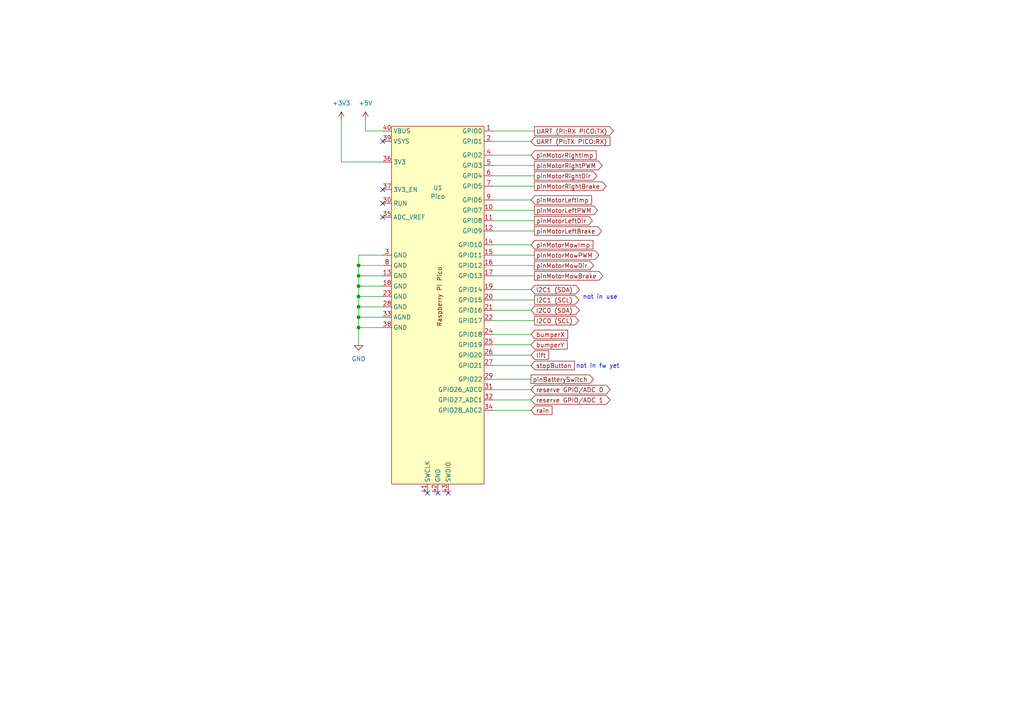
<source format=kicad_sch>
(kicad_sch (version 20211123) (generator eeschema)
  (paper "A4")
  (title_block (title "Landrumower low level unit") (rev "1.1"))
  (lib_symbols
    (symbol "Pico_1"
      (property "Reference" "U?" (at 0 31.55 0))
      (property "Value" "Pico" (at 0 29.01 0))
      (symbol "Pico_1_0_0"
        (text "Raspberry Pi Pico" (at 0.5 0 900) (effects (font (size 1.27 1.27))))
      )
      (symbol "Pico_1_0_1"
        (rectangle (start -13.4 49.4) (end 13.4 -54.4) (fill (type background)))
      )
      (symbol "Pico_1_1_1"
        (pin bidirectional line (at 16 48 180) (length 2.54) (name "GPIO0") (number "1"))
        (pin bidirectional line (at 16 25 180) (length 2.54) (name "GPIO7") (number "10"))
        (pin bidirectional line (at 16 22 180) (length 2.54) (name "GPIO8") (number "11"))
        (pin bidirectional line (at 16 19 180) (length 2.54) (name "GPIO9") (number "12"))
        (pin power_in line (at -16 6 0) (length 2.54) (name "GND") (number "13"))
        (pin bidirectional line (at 16 15 180) (length 2.54) (name "GPIO10") (number "14"))
        (pin bidirectional line (at 16 12 180) (length 2.54) (name "GPIO11") (number "15"))
        (pin bidirectional line (at 16 9 180) (length 2.54) (name "GPIO12") (number "16"))
        (pin bidirectional line (at 16 6 180) (length 2.54) (name "GPIO13") (number "17"))
        (pin power_in line (at -16 3 0) (length 2.54) (name "GND") (number "18"))
        (pin bidirectional line (at 16 2 180) (length 2.54) (name "GPIO14") (number "19"))
        (pin bidirectional line (at 16 45 180) (length 2.54) (name "GPIO1") (number "2"))
        (pin bidirectional line (at 16 -1 180) (length 2.54) (name "GPIO15") (number "20"))
        (pin bidirectional line (at 16 -4 180) (length 2.54) (name "GPIO16") (number "21"))
        (pin bidirectional line (at 16 -7 180) (length 2.54) (name "GPIO17") (number "22"))
        (pin power_in line (at -16 0 0) (length 2.54) (name "GND") (number "23"))
        (pin bidirectional line (at 16 -11 180) (length 2.54) (name "GPIO18") (number "24"))
        (pin bidirectional line (at 16 -14 180) (length 2.54) (name "GPIO19") (number "25"))
        (pin bidirectional line (at 16 -17 180) (length 2.54) (name "GPIO20") (number "26"))
        (pin bidirectional line (at 16 -20 180) (length 2.54) (name "GPIO21") (number "27"))
        (pin power_in line (at -16 -3 0) (length 2.54) (name "GND") (number "28"))
        (pin bidirectional line (at 16 -24 180) (length 2.54) (name "GPIO22") (number "29"))
        (pin power_in line (at -16 12 0) (length 2.54) (name "GND") (number "3"))
        (pin input line (at -16 27 0) (length 2.54) (name "RUN") (number "30"))
        (pin bidirectional line (at 16 -27 180) (length 2.54) (name "GPIO26_ADC0") (number "31"))
        (pin bidirectional line (at 16 -30 180) (length 2.54) (name "GPIO27_ADC1") (number "32"))
        (pin power_in line (at -16 -6 0) (length 2.54) (name "AGND") (number "33"))
        (pin bidirectional line (at 16 -33 180) (length 2.54) (name "GPIO28_ADC2") (number "34"))
        (pin power_in line (at -16 23 0) (length 2.54) (name "ADC_VREF") (number "35"))
        (pin power_in line (at -16 39 0) (length 2.54) (name "3V3") (number "36"))
        (pin input line (at -16 31 0) (length 2.54) (name "3V3_EN") (number "37"))
        (pin bidirectional line (at -16 -9 0) (length 2.54) (name "GND") (number "38"))
        (pin power_in line (at -16 45 0) (length 2.54) (name "VSYS") (number "39"))
        (pin bidirectional line (at 16 41 180) (length 2.54) (name "GPIO2") (number "4"))
        (pin power_in line (at -16 48 0) (length 2.54) (name "VBUS") (number "40"))
        (pin input line (at -3 -57 90) (length 2.54) (name "SWCLK") (number "41"))
        (pin power_in line (at 0 -57 90) (length 2.54) (name "GND") (number "42"))
        (pin bidirectional line (at 3 -57 90) (length 2.54) (name "SWDIO") (number "43"))
        (pin bidirectional line (at 16 38 180) (length 2.54) (name "GPIO3") (number "5"))
        (pin bidirectional line (at 16 35 180) (length 2.54) (name "GPIO4") (number "6"))
        (pin bidirectional line (at 16 32 180) (length 2.54) (name "GPIO5") (number "7"))
        (pin power_in line (at -16 9 0) (length 2.54) (name "GND") (number "8"))
        (pin bidirectional line (at 16 28 180) (length 2.54) (name "GPIO6") (number "9"))
      )
    )
    (symbol "power:+3V3" (power) (pin_names (offset 0))
      (property "Value" "+3V3" (at 0 3.556 0))
      (symbol "+3V3_0_1"
        (polyline (pts (xy -0.762 1.27) (xy 0 2.54)))
        (polyline (pts (xy 0 0) (xy 0 2.54)))
        (polyline (pts (xy 0 2.54) (xy 0.762 1.27)))
      )
      (symbol "+3V3_1_1"
        (pin power_in line (at 0 0 90) (length 0) hide (name "+3V3") (number "1"))
      )
    )
    (symbol "power:+5V" (power) (pin_names (offset 0))
      (property "Value" "+5V" (at 0 3.556 0))
      (symbol "+5V_0_1"
        (polyline (pts (xy -0.762 1.27) (xy 0 2.54)))
        (polyline (pts (xy 0 0) (xy 0 2.54)))
        (polyline (pts (xy 0 2.54) (xy 0.762 1.27)))
      )
      (symbol "+5V_1_1"
        (pin power_in line (at 0 0 90) (length 0) hide (name "+5V") (number "1"))
      )
    )
    (symbol "power:GND" (power) (pin_names (offset 0))
      (property "Value" "GND" (at 0 -3.81 0))
      (symbol "GND_0_1"
        (polyline (pts (xy 0 0) (xy 0 -1.27) (xy 1.27 -1.27) (xy 0 -2.54) (xy -1.27 -1.27) (xy 0 -1.27)))
      )
      (symbol "GND_1_1"
        (pin power_in line (at 0 0 270) (length 0) hide (name "GND") (number "1"))
      )
    )
  )
  (junction (at 104 80))
  (junction (at 104 95))
  (junction (at 104 77))
  (junction (at 104 92))
  (junction (at 104 89))
  (junction (at 104 83))
  (junction (at 104 86))
  (no_connect (at 111 41))
  (no_connect (at 111 63))
  (no_connect (at 111 59))
  (no_connect (at 111 55))
  (no_connect (at 130 143))
  (no_connect (at 127 143))
  (no_connect (at 124 143))
  (wire (pts (xy 143 116) (xy 154 116)))
  (wire (pts (xy 106 38) (xy 111 38)))
  (wire (pts (xy 111 77) (xy 104 77)))
  (wire (pts (xy 143 64) (xy 155 64)))
  (wire (pts (xy 143 113) (xy 154 113)))
  (wire (pts (xy 99 35) (xy 99 47)))
  (wire (pts (xy 111 83) (xy 104 83)))
  (wire (pts (xy 104 86) (xy 104 89)))
  (wire (pts (xy 104 77) (xy 104 80)))
  (wire (pts (xy 104 83) (xy 104 86)))
  (wire (pts (xy 143 80) (xy 155 80)))
  (wire (pts (xy 99 47) (xy 111 47)))
  (wire (pts (xy 143 67) (xy 155 67)))
  (wire (pts (xy 143 106) (xy 154 106)))
  (wire (pts (xy 143 119) (xy 154 119)))
  (wire (pts (xy 143 58) (xy 154 58)))
  (wire (pts (xy 143 61) (xy 155 61)))
  (wire (pts (xy 104 89) (xy 104 92)))
  (wire (pts (xy 143 97) (xy 154 97)))
  (wire (pts (xy 104 92) (xy 104 95)))
  (wire (pts (xy 143 100) (xy 154 100)))
  (wire (pts (xy 143 77) (xy 155 77)))
  (wire (pts (xy 143 51) (xy 155 51)))
  (wire (pts (xy 143 41) (xy 154 41)))
  (wire (pts (xy 104 74) (xy 104 77)))
  (wire (pts (xy 111 74) (xy 104 74)))
  (wire (pts (xy 143 74) (xy 155 74)))
  (wire (pts (xy 104 80) (xy 104 83)))
  (wire (pts (xy 111 95) (xy 104 95)))
  (wire (pts (xy 143 71) (xy 154 71)))
  (wire (pts (xy 143 87) (xy 155 87)))
  (wire (pts (xy 143 38) (xy 155 38)))
  (wire (pts (xy 143 90) (xy 154 90)))
  (wire (pts (xy 111 89) (xy 104 89)))
  (wire (pts (xy 143 84) (xy 154 84)))
  (wire (pts (xy 143 110) (xy 154 110)))
  (wire (pts (xy 111 86) (xy 104 86)))
  (wire (pts (xy 111 92) (xy 104 92)))
  (wire (pts (xy 106 35) (xy 106 38)))
  (wire (pts (xy 104 95) (xy 104 99)))
  (wire (pts (xy 143 54) (xy 155 54)))
  (wire (pts (xy 143 48) (xy 155 48)))
  (wire (pts (xy 143 45) (xy 154 45)))
  (wire (pts (xy 111 80) (xy 104 80)))
  (wire (pts (xy 143 93) (xy 155 93)))
  (wire (pts (xy 143 103) (xy 154 103)))
  (text "not in use" (at 169 87 0) (effects (font (size 1.27 1.27)) (justify left bottom)))
  (text "not in fw yet" (at 167 107 0) (effects (font (size 1.27 1.27)) (justify left bottom)))
  (global_label "rain" (shape input) (at 154 119 0) (property "Intersheet References" "${INTERSHEET_REFS}" (effects hide)))
  (global_label "I2C1 (SCL)" (shape output) (at 155 87 0) (property "Intersheet References" "${INTERSHEET_REFS}" (effects hide)))
  (global_label "reserve GPIO{slash}ADC 0" (shape bidirectional) (at 154 113 0) (property "Intersheet References" "${INTERSHEET_REFS}" (effects hide)))
  (global_label "I2C1 (SDA)" (shape bidirectional) (at 154 84 0) (property "Intersheet References" "${INTERSHEET_REFS}" (effects hide)))
  (global_label "pinMotorRightDir" (shape output) (at 155 51 0) (property "Intersheet References" "${INTERSHEET_REFS}" (effects hide)))
  (global_label "pinMotorMowDir" (shape output) (at 155 77 0) (property "Intersheet References" "${INTERSHEET_REFS}" (effects hide)))
  (global_label "pinMotorRightBrake" (shape output) (at 155 54 0) (property "Intersheet References" "${INTERSHEET_REFS}" (effects hide)))
  (global_label "pinMotorLeftDir" (shape output) (at 155 64 0) (property "Intersheet References" "${INTERSHEET_REFS}" (effects hide)))
  (global_label "bumperY" (shape input) (at 154 100 0) (property "Intersheet References" "${INTERSHEET_REFS}" (effects hide)))
  (global_label "stopButton" (shape input) (at 154 106 0) (property "Intersheet References" "${INTERSHEET_REFS}" (effects hide)))
  (global_label "pinMotorRightImp" (shape input) (at 154 45 0) (property "Intersheet References" "${INTERSHEET_REFS}" (effects hide)))
  (global_label "UART (PI:RX PICO:TX)" (shape output) (at 155 38 0) (property "Intersheet References" "${INTERSHEET_REFS}" (effects hide)))
  (global_label "pinMotorMowImp" (shape input) (at 154 71 0) (property "Intersheet References" "${INTERSHEET_REFS}" (effects hide)))
  (global_label "reserve GPIO{slash}ADC 1" (shape bidirectional) (at 154 116 0) (property "Intersheet References" "${INTERSHEET_REFS}" (effects hide)))
  (global_label "pinMotorLeftImp" (shape input) (at 154 58 0) (property "Intersheet References" "${INTERSHEET_REFS}" (effects hide)))
  (global_label "pinMotorLeftBrake" (shape output) (at 155 67 0) (property "Intersheet References" "${INTERSHEET_REFS}" (effects hide)))
  (global_label "I2C0 (SCL)" (shape output) (at 155 93 0) (property "Intersheet References" "${INTERSHEET_REFS}" (effects hide)))
  (global_label "pinMotorRightPWM" (shape output) (at 155 48 0) (property "Intersheet References" "${INTERSHEET_REFS}" (effects hide)))
  (global_label "pinBatterySwitch" (shape output) (at 154 110 0) (property "Intersheet References" "${INTERSHEET_REFS}" (effects hide)))
  (global_label "UART (PI:TX PICO:RX)" (shape input) (at 154 41 0) (property "Intersheet References" "${INTERSHEET_REFS}" (effects hide)))
  (global_label "bumperX" (shape input) (at 154 97 0) (property "Intersheet References" "${INTERSHEET_REFS}" (effects hide)))
  (global_label "pinMotorMowBrake" (shape output) (at 155 80 0) (property "Intersheet References" "${INTERSHEET_REFS}" (effects hide)))
  (global_label "lift" (shape input) (at 154 103 0) (property "Intersheet References" "${INTERSHEET_REFS}" (effects hide)))
  (global_label "pinMotorMowPWM" (shape output) (at 155 74 0) (property "Intersheet References" "${INTERSHEET_REFS}" (effects hide)))
  (global_label "pinMotorLeftPWM" (shape output) (at 155 61 0) (property "Intersheet References" "${INTERSHEET_REFS}" (effects hide)))
  (global_label "I2C0 (SDA)" (shape bidirectional) (at 154 90 0) (property "Intersheet References" "${INTERSHEET_REFS}" (effects hide)))
  (symbol (lib_id "power:+5V") (at 106 35 0) (unit 1)
    (property "Reference" "#PWR0101" (effects hide))
    (property "Value" "+5V" (at 106 29.92 0))
  )
  (symbol (lib_name "Pico_1") (lib_id "MCU_RaspberryPi_and_Boards:Pico") (at 127 86 0) (unit 1)
    (property "Reference" "U1" (at 127 54.45 0))
    (property "Value" "Pico" (at 127 56.99 0))
    (property "Footprint" "RPi_Pico:RPi_Pico_SMD_TH" (effects hide))
  )
  (symbol (lib_id "power:GND") (at 104 99 0) (unit 1)
    (property "Reference" "#PWR0103" (effects hide))
    (property "Value" "GND" (at 104 104.08 0))
  )
  (symbol (lib_id "power:+3V3") (at 99 35 0) (unit 1)
    (property "Reference" "#PWR0102" (effects hide))
    (property "Value" "+3V3" (at 99 29.92 0))
  )
)
</source>
